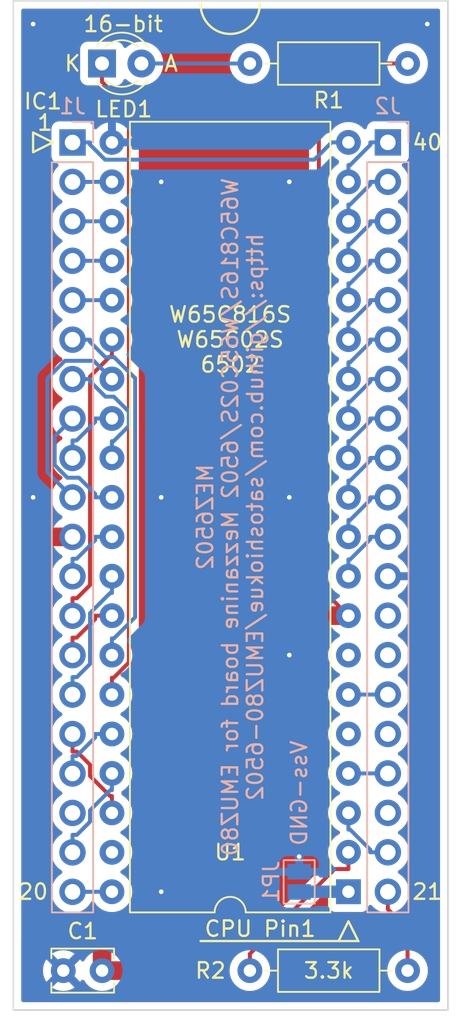
<source format=kicad_pcb>
(kicad_pcb (version 20211014) (generator pcbnew)
  (title_block (title "EMU6502") (date "2022-08-09") (rev "A"))
  (layers (0 "F.Cu" signal) (31 "B.Cu" signal) (34 "B.Paste" user) (35 "F.Paste" user) (36 "B.SilkS" user "B.Silkscreen") (37 "F.SilkS" user "F.Silkscreen") (38 "B.Mask" user) (39 "F.Mask" user) (44 "Edge.Cuts" user))
  (net 0 "")
  (net 1 "VCC")
  (net 2 "GND")
  (net 3 "~{RW}")
  (net 4 "A11")
  (net 5 "A12")
  (net 6 "A13")
  (net 7 "A14")
  (net 8 "A15")
  (net 9 "CLK")
  (net 10 "D4")
  (net 11 "D3")
  (net 12 "D5")
  (net 13 "D6")
  (net 14 "D2")
  (net 15 "D7")
  (net 16 "D0")
  (net 17 "D1")
  (net 18 "A10")
  (net 19 "A9")
  (net 20 "A8")
  (net 21 "A7")
  (net 22 "A6")
  (net 23 "A5")
  (net 24 "A4")
  (net 25 "A3")
  (net 26 "A2")
  (net 27 "A1")
  (net 28 "A0")
  (net 35 "Net-(U1-Pad1)")
  (net 36 "MX")
  (net 37 "~{RES}")
  (net 38 "~{NMI}")
  (net 39 "BE")
  (net 40 "~{IRQ}")
  (net 41 "~{ABORT}")
  (net 42 "RDY")
  (net 43 "Net-(LED1-Pad2)")
  (net 44 "Net-(LED1-Pad1)")
  (net 47 "Net-(R2-Pad2)")
  (footprint "Resistor_THT:R_Axial_DIN0207_L6.3mm_D2.5mm_P10.16mm_Horizontal" (layer "F.Cu") (at 125.4 147.46 180)
    (fp_text reference "R2" (at 12.7 0 180) (layer "F.SilkS"))
    (fp_text value "3.3k" hide)
    (fp_line (start 8.35 1.37) (end 8.35 -1.37) (layer "F.SilkS") (width 0.12))
    (fp_line (start 1.81 1.37) (end 8.35 1.37) (layer "F.SilkS") (width 0.12))
    (fp_line (start 1.04 0) (end 1.81 0) (layer "F.SilkS") (width 0.12))
    (fp_line (start 8.35 -1.37) (end 1.81 -1.37) (layer "F.SilkS") (width 0.12))
    (fp_line (start 9.12 0) (end 8.35 0) (layer "F.SilkS") (width 0.12))
    (fp_line (start 1.81 -1.37) (end 1.81 1.37) (layer "F.SilkS") (width 0.12))
    (pad "1" thru_hole circle (at 0 0 180) (size 1.6 1.6) (drill 0.8) (layers *.Cu *.Mask) (net 42 "RDY"))
    (pad "2" thru_hole oval (at 10.16 0 180) (size 1.6 1.6) (drill 0.8) (layers *.Cu *.Mask) (net 47 "Net-(R2-Pad2)"))
  )
  (footprint "LED_THT:LED_D3.0mm" (layer "F.Cu") (at 105.71 89.04)
    (fp_text reference "LED1" (at 1.402 2.9464) (layer "F.SilkS"))
    (fp_text value "LED")
    (fp_line (start -0.29 -1.236) (end -0.29 -1.08) (layer "F.SilkS") (width 0.12))
    (fp_line (start -0.29 1.08) (end -0.29 1.236) (layer "F.SilkS") (width 0.12))
    (fp_arc (start 2.942335 1.078608) (mid 1.366487 1.987659) (end -0.29 1.235516) (layer "F.SilkS") (width 0.12))
    (fp_arc (start 2.31113 1.079837) (mid 1.270117 1.5) (end 0.229039 1.08) (layer "F.SilkS") (width 0.12))
    (fp_arc (start -0.29 -1.235516) (mid 1.366487 -1.987659) (end 2.942335 -1.078608) (layer "F.SilkS") (width 0.12))
    (fp_arc (start 0.229039 -1.08) (mid 1.270117 -1.5) (end 2.31113 -1.079837) (layer "F.SilkS") (width 0.12))
    (pad "1" thru_hole rect (at 0 0) (size 1.8 1.8) (drill 0.9) (layers *.Cu *.Mask) (net 44 "Net-(LED1-Pad1)"))
    (pad "2" thru_hole circle (at 2.54 0) (size 1.8 1.8) (drill 0.9) (layers *.Cu *.Mask) (net 43 "Net-(LED1-Pad2)"))
  )
  (footprint "Package_DIP:DIP-40_W15.24mm" (layer "F.Cu") (at 121.59 142.38 180)
    (fp_text reference "U1" (at 7.62 2.54) (layer "F.SilkS"))
    (fp_text value "65816")
    (fp_line (start 14.08 -1.33) (end 8.62 -1.33) (layer "F.SilkS") (width 0.12))
    (fp_line (start 1.16 -1.33) (end 1.16 49.59) (layer "F.SilkS") (width 0.12))
    (fp_line (start 6.62 -1.33) (end 1.16 -1.33) (layer "F.SilkS") (width 0.12))
    (fp_line (start 1.16 49.59) (end 14.08 49.59) (layer "F.SilkS") (width 0.12))
    (fp_line (start 14.08 49.59) (end 14.08 -1.33) (layer "F.SilkS") (width 0.12))
    (fp_arc (start 8.62 -1.33) (mid 7.62 -0.33) (end 6.62 -1.33) (layer "F.SilkS") (width 0.12))
    (pad "1" thru_hole rect (at 0 0 180) (size 1.6 1.6) (drill 0.8) (layers *.Cu *.Mask) (net 35 "Net-(U1-Pad1)"))
    (pad "2" thru_hole oval (at 0 2.54 180) (size 1.6 1.6) (drill 0.8) (layers *.Cu *.Mask) (net 47 "Net-(R2-Pad2)"))
    (pad "3" thru_hole oval (at 0 5.08 180) (size 1.6 1.6) (drill 0.8) (layers *.Cu *.Mask) (net 41 "~{ABORT}"))
    (pad "4" thru_hole oval (at 0 7.62 180) (size 1.6 1.6) (drill 0.8) (layers *.Cu *.Mask) (net 40 "~{IRQ}"))
    (pad "5" thru_hole oval (at 0 10.16 180) (size 1.6 1.6) (drill 0.8) (layers *.Cu *.Mask))
    (pad "6" thru_hole oval (at 0 12.7 180) (size 1.6 1.6) (drill 0.8) (layers *.Cu *.Mask) (net 38 "~{NMI}"))
    (pad "7" thru_hole oval (at 0 15.24 180) (size 1.6 1.6) (drill 0.8) (layers *.Cu *.Mask))
    (pad "8" thru_hole oval (at 0 17.78 180) (size 1.6 1.6) (drill 0.8) (layers *.Cu *.Mask) (net 1 "VCC"))
    (pad "9" thru_hole oval (at 0 20.32 180) (size 1.6 1.6) (drill 0.8) (layers *.Cu *.Mask) (net 28 "A0"))
    (pad "10" thru_hole oval (at 0 22.86 180) (size 1.6 1.6) (drill 0.8) (layers *.Cu *.Mask) (net 27 "A1"))
    (pad "11" thru_hole oval (at 0 25.4 180) (size 1.6 1.6) (drill 0.8) (layers *.Cu *.Mask) (net 26 "A2"))
    (pad "12" thru_hole oval (at 0 27.94 180) (size 1.6 1.6) (drill 0.8) (layers *.Cu *.Mask) (net 25 "A3"))
    (pad "13" thru_hole oval (at 0 30.48 180) (size 1.6 1.6) (drill 0.8) (layers *.Cu *.Mask) (net 24 "A4"))
    (pad "14" thru_hole oval (at 0 33.02 180) (size 1.6 1.6) (drill 0.8) (layers *.Cu *.Mask) (net 23 "A5"))
    (pad "15" thru_hole oval (at 0 35.56 180) (size 1.6 1.6) (drill 0.8) (layers *.Cu *.Mask) (net 22 "A6"))
    (pad "16" thru_hole oval (at 0 38.1 180) (size 1.6 1.6) (drill 0.8) (layers *.Cu *.Mask) (net 21 "A7"))
    (pad "17" thru_hole oval (at 0 40.64 180) (size 1.6 1.6) (drill 0.8) (layers *.Cu *.Mask) (net 20 "A8"))
    (pad "18" thru_hole oval (at 0 43.18 180) (size 1.6 1.6) (drill 0.8) (layers *.Cu *.Mask) (net 19 "A9"))
    (pad "19" thru_hole oval (at 0 45.72 180) (size 1.6 1.6) (drill 0.8) (layers *.Cu *.Mask) (net 18 "A10"))
    (pad "20" thru_hole oval (at 0 48.26 180) (size 1.6 1.6) (drill 0.8) (layers *.Cu *.Mask) (net 4 "A11"))
    (pad "21" thru_hole oval (at 15.24 48.26 180) (size 1.6 1.6) (drill 0.8) (layers *.Cu *.Mask) (net 2 "GND"))
    (pad "22" thru_hole oval (at 15.24 45.72 180) (size 1.6 1.6) (drill 0.8) (layers *.Cu *.Mask) (net 5 "A12"))
    (pad "23" thru_hole oval (at 15.24 43.18 180) (size 1.6 1.6) (drill 0.8) (layers *.Cu *.Mask) (net 6 "A13"))
    (pad "24" thru_hole oval (at 15.24 40.64 180) (size 1.6 1.6) (drill 0.8) (layers *.Cu *.Mask) (net 7 "A14"))
    (pad "25" thru_hole oval (at 15.24 38.1 180) (size 1.6 1.6) (drill 0.8) (layers *.Cu *.Mask) (net 8 "A15"))
    (pad "26" thru_hole oval (at 15.24 35.56 180) (size 1.6 1.6) (drill 0.8) (layers *.Cu *.Mask) (net 15 "D7"))
    (pad "27" thru_hole oval (at 15.24 33.02 180) (size 1.6 1.6) (drill 0.8) (layers *.Cu *.Mask) (net 13 "D6"))
    (pad "28" thru_hole oval (at 15.24 30.48 180) (size 1.6 1.6) (drill 0.8) (layers *.Cu *.Mask) (net 12 "D5"))
    (pad "29" thru_hole oval (at 15.24 27.94 180) (size 1.6 1.6) (drill 0.8) (layers *.Cu *.Mask) (net 10 "D4"))
    (pad "30" thru_hole oval (at 15.24 25.4 180) (size 1.6 1.6) (drill 0.8) (layers *.Cu *.Mask) (net 11 "D3"))
    (pad "31" thru_hole oval (at 15.24 22.86 180) (size 1.6 1.6) (drill 0.8) (layers *.Cu *.Mask) (net 14 "D2"))
    (pad "32" thru_hole oval (at 15.24 20.32 180) (size 1.6 1.6) (drill 0.8) (layers *.Cu *.Mask) (net 17 "D1"))
    (pad "33" thru_hole oval (at 15.24 17.78 180) (size 1.6 1.6) (drill 0.8) (layers *.Cu *.Mask) (net 16 "D0"))
    (pad "34" thru_hole oval (at 15.24 15.24 180) (size 1.6 1.6) (drill 0.8) (layers *.Cu *.Mask) (net 3 "~{RW}"))
    (pad "35" thru_hole oval (at 15.24 12.7 180) (size 1.6 1.6) (drill 0.8) (layers *.Cu *.Mask) (net 44 "Net-(LED1-Pad1)"))
    (pad "36" thru_hole oval (at 15.24 10.16 180) (size 1.6 1.6) (drill 0.8) (layers *.Cu *.Mask) (net 39 "BE"))
    (pad "37" thru_hole oval (at 15.24 7.62 180) (size 1.6 1.6) (drill 0.8) (layers *.Cu *.Mask) (net 9 "CLK"))
    (pad "38" thru_hole oval (at 15.24 5.08 180) (size 1.6 1.6) (drill 0.8) (layers *.Cu *.Mask) (net 36 "MX"))
    (pad "39" thru_hole oval (at 15.24 2.54 180) (size 1.6 1.6) (drill 0.8) (layers *.Cu *.Mask))
    (pad "40" thru_hole oval (at 15.24 0 180) (size 1.6 1.6) (drill 0.8) (layers *.Cu *.Mask) (net 37 "~{RES}"))
  )
  (footprint "Resistor_THT:R_Axial_DIN0207_L6.3mm_D2.5mm_P10.16mm_Horizontal" (layer "F.Cu") (at 125.4 89.04 180)
    (fp_text reference "R1" (at 5.08 -2.37) (layer "F.SilkS"))
    (fp_text value "2k" hide)
    (fp_line (start 8.35 1.37) (end 8.35 -1.37) (layer "F.SilkS") (width 0.12))
    (fp_line (start 9.12 0) (end 8.35 0) (layer "F.SilkS") (width 0.12))
    (fp_line (start 1.81 -1.37) (end 1.81 1.37) (layer "F.SilkS") (width 0.12))
    (fp_line (start 1.81 1.37) (end 8.35 1.37) (layer "F.SilkS") (width 0.12))
    (fp_line (start 1.04 0) (end 1.81 0) (layer "F.SilkS") (width 0.12))
    (fp_line (start 8.35 -1.37) (end 1.81 -1.37) (layer "F.SilkS") (width 0.12))
    (pad "1" thru_hole circle (at 0 0 180) (size 1.6 1.6) (drill 0.8) (layers *.Cu *.Mask) (net 1 "VCC"))
    (pad "2" thru_hole oval (at 10.16 0 180) (size 1.6 1.6) (drill 0.8) (layers *.Cu *.Mask) (net 43 "Net-(LED1-Pad2)"))
  )
  (footprint "Capacitor_THT:C_Disc_D3.8mm_W2.6mm_P2.50mm" (layer "F.Cu") (at 105.715 147.46 180)
    (fp_text reference "C1" (at 1.25 2.54) (layer "F.SilkS"))
    (fp_text value "0.1uF")
    (fp_line (start 3.27 -1.42) (end 3.27 -0.795) (layer "F.SilkS") (width 0.12))
    (fp_line (start -0.77 -1.42) (end -0.77 -0.795) (layer "F.SilkS") (width 0.12))
    (fp_line (start 3.27 0.795) (end 3.27 1.42) (layer "F.SilkS") (width 0.12))
    (fp_line (start -0.77 -1.42) (end 3.27 -1.42) (layer "F.SilkS") (width 0.12))
    (fp_line (start -0.77 1.42) (end 3.27 1.42) (layer "F.SilkS") (width 0.12))
    (fp_line (start -0.77 0.795) (end -0.77 1.42) (layer "F.SilkS") (width 0.12))
    (pad "1" thru_hole circle (at 0 0 180) (size 1.6 1.6) (drill 0.8) (layers *.Cu *.Mask) (net 1 "VCC"))
    (pad "2" thru_hole circle (at 2.5 0 180) (size 1.6 1.6) (drill 0.8) (layers *.Cu *.Mask) (net 2 "GND"))
  )
  (footprint "Connector_PinHeader_2.54mm:PinHeader_1x20_P2.54mm_Vertical" (layer "B.Cu") (at 103.81 94.125 180)
    (fp_text reference "J1" (at 0 2.33) (layer "B.SilkS") (effects (justify mirror)))
    (fp_text value "Conn_01x20")
    (fp_line (start -1.33 -49.59) (end 1.33 -49.59) (layer "B.SilkS") (width 0.12))
    (fp_line (start -1.33 -1.27) (end 1.33 -1.27) (layer "B.SilkS") (width 0.12))
    (fp_line (start -1.33 -1.27) (end -1.33 -49.59) (layer "B.SilkS") (width 0.12))
    (fp_line (start -1.33 0) (end -1.33 1.33) (layer "B.SilkS") (width 0.12))
    (fp_line (start -1.33 1.33) (end 0 1.33) (layer "B.SilkS") (width 0.12))
    (fp_line (start 1.33 -1.27) (end 1.33 -49.59) (layer "B.SilkS") (width 0.12))
    (pad "1" thru_hole rect (at 0 0 180) (size 1.7 1.7) (drill 1) (layers *.Cu *.Mask) (net 4 "A11"))
    (pad "2" thru_hole oval (at 0 -2.54 180) (size 1.7 1.7) (drill 1) (layers *.Cu *.Mask) (net 5 "A12"))
    (pad "3" thru_hole oval (at 0 -5.08 180) (size 1.7 1.7) (drill 1) (layers *.Cu *.Mask) (net 6 "A13"))
    (pad "4" thru_hole oval (at 0 -7.62 180) (size 1.7 1.7) (drill 1) (layers *.Cu *.Mask) (net 7 "A14"))
    (pad "5" thru_hole oval (at 0 -10.16 180) (size 1.7 1.7) (drill 1) (layers *.Cu *.Mask) (net 8 "A15"))
    (pad "6" thru_hole oval (at 0 -12.7 180) (size 1.7 1.7) (drill 1) (layers *.Cu *.Mask) (net 3 "~{RW}"))
    (pad "7" thru_hole oval (at 0 -15.24 180) (size 1.7 1.7) (drill 1) (layers *.Cu *.Mask) (net 10 "D4"))
    (pad "8" thru_hole oval (at 0 -17.78 180) (size 1.7 1.7) (drill 1) (layers *.Cu *.Mask) (net 11 "D3"))
    (pad "9" thru_hole oval (at 0 -20.32 180) (size 1.7 1.7) (drill 1) (layers *.Cu *.Mask) (net 12 "D5"))
    (pad "10" thru_hole oval (at 0 -22.86 180) (size 1.7 1.7) (drill 1) (layers *.Cu *.Mask) (net 13 "D6"))
    (pad "11" thru_hole oval (at 0 -25.4 180) (size 1.7 1.7) (drill 1) (layers *.Cu *.Mask) (net 1 "VCC"))
    (pad "12" thru_hole oval (at 0 -27.94 180) (size 1.7 1.7) (drill 1) (layers *.Cu *.Mask) (net 14 "D2"))
    (pad "13" thru_hole oval (at 0 -30.48 180) (size 1.7 1.7) (drill 1) (layers *.Cu *.Mask) (net 15 "D7"))
    (pad "14" thru_hole oval (at 0 -33.02 180) (size 1.7 1.7) (drill 1) (layers *.Cu *.Mask) (net 16 "D0"))
    (pad "15" thru_hole oval (at 0 -35.56 180) (size 1.7 1.7) (drill 1) (layers *.Cu *.Mask) (net 17 "D1"))
    (pad "16" thru_hole oval (at 0 -38.1 180) (size 1.7 1.7) (drill 1) (layers *.Cu *.Mask) (net 36 "MX"))
    (pad "17" thru_hole oval (at 0 -40.64 180) (size 1.7 1.7) (drill 1) (layers *.Cu *.Mask) (net 39 "BE"))
    (pad "18" thru_hole oval (at 0 -43.18 180) (size 1.7 1.7) (drill 1) (layers *.Cu *.Mask))
    (pad "19" thru_hole oval (at 0 -45.72 180) (size 1.7 1.7) (drill 1) (layers *.Cu *.Mask) (net 9 "CLK"))
    (pad "20" thru_hole oval (at 0 -48.26 180) (size 1.7 1.7) (drill 1) (layers *.Cu *.Mask) (net 37 "~{RES}"))
  )
  (footprint "Connector_PinHeader_2.54mm:PinHeader_1x20_P2.54mm_Vertical" (layer "B.Cu") (at 124.13 94.12 180)
    (fp_text reference "J2" (at 0 2.33) (layer "B.SilkS") (effects (justify mirror)))
    (fp_text value "Conn_01x20")
    (fp_line (start -1.33 1.33) (end 0 1.33) (layer "B.SilkS") (width 0.12))
    (fp_line (start -1.33 -1.27) (end 1.33 -1.27) (layer "B.SilkS") (width 0.12))
    (fp_line (start -1.33 0) (end -1.33 1.33) (layer "B.SilkS") (width 0.12))
    (fp_line (start -1.33 -1.27) (end -1.33 -49.59) (layer "B.SilkS") (width 0.12))
    (fp_line (start 1.33 -1.27) (end 1.33 -49.59) (layer "B.SilkS") (width 0.12))
    (fp_line (start -1.33 -49.59) (end 1.33 -49.59) (layer "B.SilkS") (width 0.12))
    (pad "1" thru_hole rect (at 0 0 180) (size 1.7 1.7) (drill 1) (layers *.Cu *.Mask) (net 18 "A10"))
    (pad "2" thru_hole oval (at 0 -2.54 180) (size 1.7 1.7) (drill 1) (layers *.Cu *.Mask) (net 19 "A9"))
    (pad "3" thru_hole oval (at 0 -5.08 180) (size 1.7 1.7) (drill 1) (layers *.Cu *.Mask) (net 20 "A8"))
    (pad "4" thru_hole oval (at 0 -7.62 180) (size 1.7 1.7) (drill 1) (layers *.Cu *.Mask) (net 21 "A7"))
    (pad "5" thru_hole oval (at 0 -10.16 180) (size 1.7 1.7) (drill 1) (layers *.Cu *.Mask) (net 22 "A6"))
    (pad "6" thru_hole oval (at 0 -12.7 180) (size 1.7 1.7) (drill 1) (layers *.Cu *.Mask) (net 23 "A5"))
    (pad "7" thru_hole oval (at 0 -15.24 180) (size 1.7 1.7) (drill 1) (layers *.Cu *.Mask) (net 24 "A4"))
    (pad "8" thru_hole oval (at 0 -17.78 180) (size 1.7 1.7) (drill 1) (layers *.Cu *.Mask) (net 25 "A3"))
    (pad "9" thru_hole oval (at 0 -20.32 180) (size 1.7 1.7) (drill 1) (layers *.Cu *.Mask) (net 26 "A2"))
    (pad "10" thru_hole oval (at 0 -22.86 180) (size 1.7 1.7) (drill 1) (layers *.Cu *.Mask) (net 27 "A1"))
    (pad "11" thru_hole oval (at 0 -25.4 180) (size 1.7 1.7) (drill 1) (layers *.Cu *.Mask) (net 28 "A0"))
    (pad "12" thru_hole oval (at 0 -27.94 180) (size 1.7 1.7) (drill 1) (layers *.Cu *.Mask) (net 2 "GND"))
    (pad "13" thru_hole oval (at 0 -30.48 180) (size 1.7 1.7) (drill 1) (layers *.Cu *.Mask))
    (pad "14" thru_hole oval (at 0 -33.02 180) (size 1.7 1.7) (drill 1) (layers *.Cu *.Mask))
    (pad "15" thru_hole oval (at 0 -35.56 180) (size 1.7 1.7) (drill 1) (layers *.Cu *.Mask) (net 38 "~{NMI}"))
    (pad "16" thru_hole oval (at 0 -38.1 180) (size 1.7 1.7) (drill 1) (layers *.Cu *.Mask))
    (pad "17" thru_hole oval (at 0 -40.64 180) (size 1.7 1.7) (drill 1) (layers *.Cu *.Mask) (net 40 "~{IRQ}"))
    (pad "18" thru_hole oval (at 0 -43.18 180) (size 1.7 1.7) (drill 1) (layers *.Cu *.Mask))
    (pad "19" thru_hole oval (at 0 -45.72 180) (size 1.7 1.7) (drill 1) (layers *.Cu *.Mask) (net 41 "~{ABORT}"))
    (pad "20" thru_hole oval (at 0 -48.26 180) (size 1.7 1.7) (drill 1) (layers *.Cu *.Mask) (net 42 "RDY"))
  )
  (footprint "Jumper:SolderJumper-2_P1.3mm_Open_Pad1.0x1.5mm" (layer "B.Cu") (at 118.415 141.745 -90)
    (fp_text reference "JP1" (at 0 1.8 90) (layer "B.SilkS") (effects (justify mirror)))
    (fp_text value "SolderJumper_2_Open")
    (fp_line (start 1.4 -1) (end -1.4 -1) (layer "B.SilkS") (width 0.12))
    (fp_line (start 1.4 1) (end 1.4 -1) (layer "B.SilkS") (width 0.12))
    (fp_line (start -1.4 1) (end 1.4 1) (layer "B.SilkS") (width 0.12))
    (fp_line (start -1.4 -1) (end -1.4 1) (layer "B.SilkS") (width 0.12))
    (pad "1" smd rect (at -0.65 0 270) (size 1 1.5) (layers "B.Cu" "B.Mask") (net 2 "GND"))
    (pad "2" smd rect (at 0.65 0 270) (size 1 1.5) (layers "B.Cu" "B.Mask") (net 35 "Net-(U1-Pad1)"))
  )
  (gr_poly (pts (xy 122.225 145.555) (xy 120.955 145.555) (xy 121.59 144.285)) (layer "F.SilkS") (width 0.15) (fill none))
  (gr_line (start 112.065 145.555) (end 120.955 145.555) (layer "F.SilkS") (width 0.15))
  (gr_poly (pts (xy 102.54 94.12) (xy 101.27 94.755) (xy 101.27 93.485)) (layer "F.SilkS") (width 0.15) (fill none))
  (gr_arc (start 115.875 85.23) (mid 113.97 87.135) (end 112.065 85.23) (layer "F.SilkS") (width 0.15))
  (gr_rect (start 100 150) (end 128 85) (layer "Edge.Cuts") (width 0.1) (fill none))
  (gr_text "Vss-GND" (at 118.415 136.03 90) (layer "B.SilkS") (effects (font (size 1 1)) (justify mirror)))
  (gr_text "MEZ6502\nW65C816S/W65C02S/6502 Mezzanine board for EMUZ80\nhttps://github.com/satoshiokue/EMUZ80-6502" (at 113.97 118.25 90) (layer "B.SilkS") (effects (font (size 1 1)) (justify mirror)))
  (gr_text "K" (at 103.81 89.04) (layer "F.SilkS") (effects (font (size 1 1))))
  (gr_text "3.3k" (at 120.32 147.46) (layer "F.SilkS") (effects (font (size 1 1))))
  (gr_text "A" (at 110.16 89.04) (layer "F.SilkS") (effects (font (size 1 1))))
  (gr_text "16-bit" (at 107.076487 86.5) (layer "F.SilkS") (effects (font (size 1 1))))
  (gr_text "CPU Pin1" (at 115.9004 144.7676) (layer "F.SilkS") (effects (font (size 1 1))))
  (gr_text "21" (at 126.67 142.38) (layer "F.SilkS") (effects (font (size 1 1))))
  (gr_text "20" (at 101.27 142.38) (layer "F.SilkS") (effects (font (size 1 1))))
  (gr_text "1" (at 102.032 92.85) (layer "F.SilkS") (effects (font (size 1 1))))
  (gr_text "IC1" (at 101.905 91.4784) (layer "F.SilkS") (effects (font (size 1 1))))
  (gr_text "40" (at 126.67 94.12) (layer "F.SilkS") (effects (font (size 1 1))))
  (gr_text "W65C816S\nW65C02S\n6502" (at 113.97 106.82) (layer "F.SilkS") (effects (font (size 1 1))))
  (segment (start 113.97 125.87) (end 115.24 124.6) (width 1.2) (layer "F.Cu") (net 1))
  (segment (start 105.715 147.46) (end 110.16 147.46) (width 1.2) (layer "F.Cu") (net 1))
  (segment (start 105.715 145.555) (end 105.715 147.46) (width 1.2) (layer "F.Cu") (net 1))
  (segment (start 119.685 122.695) (end 121.59 124.6) (width 0.254) (layer "F.Cu") (net 1))
  (segment (start 101.27 144.285) (end 101.905 144.92) (width 1.2) (layer "F.Cu") (net 1))
  (segment (start 103.81 119.525) (end 101.9 119.525) (width 1.2) (layer "F.Cu") (net 1))
  (segment (start 105.08 144.92) (end 105.715 145.555) (width 1.2) (layer "F.Cu") (net 1))
  (segment (start 101.9 119.525) (end 101.27 120.155) (width 1.2) (layer "F.Cu") (net 1))
  (segment (start 101.905 144.92) (end 105.08 144.92) (width 1.2) (layer "F.Cu") (net 1))
  (segment (start 123.495 89.04) (end 119.685 92.85) (width 0.254) (layer "F.Cu") (net 1))
  (segment (start 115.24 124.6) (end 121.59 124.6) (width 1.2) (layer "F.Cu") (net 1))
  (segment (start 119.685 92.85) (end 119.685 122.695) (width 0.254) (layer "F.Cu") (net 1))
  (segment (start 113.97 143.65) (end 113.97 125.87) (width 1.2) (layer "F.Cu") (net 1))
  (segment (start 125.4 89.04) (end 123.495 89.04) (width 0.254) (layer "F.Cu") (net 1))
  (segment (start 110.16 147.46) (end 113.97 143.65) (width 1.2) (layer "F.Cu") (net 1))
  (segment (start 101.27 120.155) (end 101.27 144.285) (width 1.2) (layer "F.Cu") (net 1))
  (via (at 118.415 140.1173) (size 0.605) (drill 0.3) (layers "F.Cu" "B.Cu") (net 2))
  (via (at 101.27 116.98) (size 0.605) (drill 0.3) (layers "F.Cu" "B.Cu") (net 2))
  (via (at 117.78 127.14) (size 0.605) (drill 0.3) (layers "F.Cu" "B.Cu") (net 2))
  (via (at 126.67 86.5) (size 0.605) (drill 0.3) (layers "F.Cu" "B.Cu") (net 2))
  (via (at 109.525 142.38) (size 0.605) (drill 0.3) (layers "F.Cu" "B.Cu") (net 2))
  (via (at 117.78 96.66) (size 0.605) (drill 0.3) (layers "F.Cu" "B.Cu") (net 2))
  (via (at 109.525 96.66) (size 0.605) (drill 0.3) (layers "F.Cu" "B.Cu") (net 2))
  (via (at 101.27 86.5) (size 0.605) (drill 0.3) (layers "F.Cu" "B.Cu") (net 2))
  (via (at 109.525 116.98) (size 0.605) (drill 0.3) (layers "F.Cu" "B.Cu") (net 2))
  (via (at 117.78 116.98) (size 0.605) (drill 0.3) (layers "F.Cu" "B.Cu") (net 2))
  (segment (start 118.415 140.1173) (end 118.415 141.095) (width 0.254) (layer "B.Cu") (net 2))
  (segment (start 104.9397 106.825) (end 104.9397 106.9663) (width 0.254) (layer "B.Cu") (net 3))
  (segment (start 103.81 106.825) (end 104.9397 106.825) (width 0.254) (layer "B.Cu") (net 3))
  (segment (start 106.35 127.14) (end 106.35 126.0603) (width 0.254) (layer "B.Cu") (net 3))
  (segment (start 106.485 126.0603) (end 106.35 126.0603) (width 0.254) (layer "B.Cu") (net 3))
  (segment (start 107.8469 109.3086) (end 107.8469 124.6984) (width 0.254) (layer "B.Cu") (net 3))
  (segment (start 105.9281 107.9547) (end 106.493 107.9547) (width 0.254) (layer "B.Cu") (net 3))
  (segment (start 107.8469 124.6984) (end 106.485 126.0603) (width 0.254) (layer "B.Cu") (net 3))
  (segment (start 106.493 107.9547) (end 107.8469 109.3086) (width 0.254) (layer "B.Cu") (net 3))
  (segment (start 104.9397 106.9663) (end 105.9281 107.9547) (width 0.254) (layer "B.Cu") (net 3))
  (segment (start 121.59 94.12) (end 120.5103 94.12) (width 0.254) (layer "B.Cu") (net 4))
  (segment (start 105.9081 95.2319) (end 119.3984 95.2319) (width 0.254) (layer "B.Cu") (net 4))
  (segment (start 103.81 94.125) (end 104.9397 94.125) (width 0.254) (layer "B.Cu") (net 4))
  (segment (start 119.3984 95.2319) (end 120.5103 94.12) (width 0.254) (layer "B.Cu") (net 4))
  (segment (start 104.9397 94.2635) (end 105.9081 95.2319) (width 0.254) (layer "B.Cu") (net 4))
  (segment (start 104.9397 94.125) (end 104.9397 94.2635) (width 0.254) (layer "B.Cu") (net 4))
  (segment (start 106.35 96.66) (end 105.2703 96.66) (width 0.254) (layer "B.Cu") (net 5))
  (segment (start 103.81 96.665) (end 105.2653 96.665) (width 0.254) (layer "B.Cu") (net 5))
  (segment (start 105.2653 96.665) (end 105.2703 96.66) (width 0.254) (layer "B.Cu") (net 5))
  (segment (start 106.35 99.2) (end 105.2703 99.2) (width 0.254) (layer "B.Cu") (net 6))
  (segment (start 103.81 99.205) (end 105.2653 99.205) (width 0.254) (layer "B.Cu") (net 6))
  (segment (start 105.2653 99.205) (end 105.2703 99.2) (width 0.254) (layer "B.Cu") (net 6))
  (segment (start 106.35 101.74) (end 105.2703 101.74) (width 0.254) (layer "B.Cu") (net 7))
  (segment (start 105.2653 101.745) (end 105.2703 101.74) (width 0.254) (layer "B.Cu") (net 7))
  (segment (start 103.81 101.745) (end 105.2653 101.745) (width 0.254) (layer "B.Cu") (net 7))
  (segment (start 106.35 104.28) (end 105.2703 104.28) (width 0.254) (layer "B.Cu") (net 8))
  (segment (start 105.2653 104.285) (end 105.2703 104.28) (width 0.254) (layer "B.Cu") (net 8))
  (segment (start 103.81 104.285) (end 105.2653 104.285) (width 0.254) (layer "B.Cu") (net 8))
  (segment (start 104.0925 138.7153) (end 104.9397 137.8681) (width 0.254) (layer "B.Cu") (net 9))
  (segment (start 104.9397 137.1381) (end 106.2381 135.8397) (width 0.254) (layer "B.Cu") (net 9))
  (segment (start 104.9397 137.8681) (end 104.9397 137.1381) (width 0.254) (layer "B.Cu") (net 9))
  (segment (start 106.2381 135.8397) (end 106.35 135.8397) (width 0.254) (layer "B.Cu") (net 9))
  (segment (start 103.81 138.7153) (end 104.0925 138.7153) (width 0.254) (layer "B.Cu") (net 9))
  (segment (start 103.81 139.845) (end 103.81 138.7153) (width 0.254) (layer "B.Cu") (net 9))
  (segment (start 106.35 134.76) (end 106.35 135.8397) (width 0.254) (layer "B.Cu") (net 9))
  (segment (start 106.35 114.44) (end 106.35 113.3603) (width 0.254) (layer "B.Cu") (net 10))
  (segment (start 104.9397 109.5063) (end 105.9281 110.4947) (width 0.254) (layer "B.Cu") (net 10))
  (segment (start 107.4344 112.3878) (end 106.4619 113.3603) (width 0.254) (layer "B.Cu") (net 10))
  (segment (start 104.9397 109.365) (end 104.9397 109.5063) (width 0.254) (layer "B.Cu") (net 10))
  (segment (start 106.4725 110.4947) (end 107.4344 111.4566) (width 0.254) (layer "B.Cu") (net 10))
  (segment (start 103.81 109.365) (end 104.9397 109.365) (width 0.254) (layer "B.Cu") (net 10))
  (segment (start 106.4619 113.3603) (end 106.35 113.3603) (width 0.254) (layer "B.Cu") (net 10))
  (segment (start 105.9281 110.4947) (end 106.4725 110.4947) (width 0.254) (layer "B.Cu") (net 10))
  (segment (start 107.4344 111.4566) (end 107.4344 112.3878) (width 0.254) (layer "B.Cu") (net 10))
  (segment (start 103.81 111.905) (end 102.6614 113.0536) (width 0.254) (layer "B.Cu") (net 11))
  (segment (start 102.6614 113.0536) (end 102.6614 114.9015) (width 0.254) (layer "B.Cu") (net 11))
  (segment (start 104.229 115.715) (end 105.2703 116.7563) (width 0.254) (layer "B.Cu") (net 11))
  (segment (start 102.6614 114.9015) (end 103.4749 115.715) (width 0.254) (layer "B.Cu") (net 11))
  (segment (start 105.2703 116.7563) (end 105.2703 116.98) (width 0.254) (layer "B.Cu") (net 11))
  (segment (start 103.4749 115.715) (end 104.229 115.715) (width 0.254) (layer "B.Cu") (net 11))
  (segment (start 106.35 116.98) (end 105.2703 116.98) (width 0.254) (layer "B.Cu") (net 11))
  (segment (start 105.2703 112.1237) (end 105.2703 111.9) (width 0.254) (layer "B.Cu") (net 12))
  (segment (start 103.81 113.3153) (end 104.0787 113.3153) (width 0.254) (layer "B.Cu") (net 12))
  (segment (start 106.35 111.9) (end 105.2703 111.9) (width 0.254) (layer "B.Cu") (net 12))
  (segment (start 103.81 114.445) (end 103.81 113.3153) (width 0.254) (layer "B.Cu") (net 12))
  (segment (start 104.0787 113.3153) (end 105.2703 112.1237) (width 0.254) (layer "B.Cu") (net 12))
  (segment (start 105.1762 108.1862) (end 103.3184 108.1862) (width 0.254) (layer "B.Cu") (net 13))
  (segment (start 106.35 109.36) (end 105.1762 108.1862) (width 0.254) (layer "B.Cu") (net 13))
  (segment (start 102.1916 109.313) (end 102.1916 115.3666) (width 0.254) (layer "B.Cu") (net 13))
  (segment (start 103.3184 108.1862) (end 102.1916 109.313) (width 0.254) (layer "B.Cu") (net 13))
  (segment (start 102.1916 115.3666) (end 103.81 116.985) (width 0.254) (layer "B.Cu") (net 13))
  (segment (start 103.81 120.9353) (end 104.0787 120.9353) (width 0.254) (layer "B.Cu") (net 14))
  (segment (start 103.81 122.065) (end 103.81 120.9353) (width 0.254) (layer "B.Cu") (net 14))
  (segment (start 105.2703 119.7437) (end 105.2703 119.52) (width 0.254) (layer "B.Cu") (net 14))
  (segment (start 106.35 119.52) (end 105.2703 119.52) (width 0.254) (layer "B.Cu") (net 14))
  (segment (start 104.0787 120.9353) (end 105.2703 119.7437) (width 0.254) (layer "B.Cu") (net 14))
  (segment (start 106.2381 107.8997) (end 106.35 107.8997) (width 0.254) (layer "F.Cu") (net 15))
  (segment (start 104.0925 123.4753) (end 104.9397 122.6281) (width 0.254) (layer "F.Cu") (net 15))
  (segment (start 103.81 123.4753) (end 104.0925 123.4753) (width 0.254) (layer "F.Cu") (net 15))
  (segment (start 103.81 124.605) (end 103.81 123.4753) (width 0.254) (layer "F.Cu") (net 15))
  (segment (start 104.9397 122.6281) (end 104.9397 109.1981) (width 0.254) (layer "F.Cu") (net 15))
  (segment (start 104.9397 109.1981) (end 106.2381 107.8997) (width 0.254) (layer "F.Cu") (net 15))
  (segment (start 106.35 106.82) (end 106.35 107.8997) (width 0.254) (layer "F.Cu") (net 15))
  (segment (start 103.81 127.145) (end 103.81 126.0153) (width 0.254) (layer "F.Cu") (net 16))
  (segment (start 103.81 126.0153) (end 104.0787 126.0153) (width 0.254) (layer "F.Cu") (net 16))
  (segment (start 106.35 124.6) (end 105.2703 124.6) (width 0.254) (layer "F.Cu") (net 16))
  (segment (start 105.2703 124.8237) (end 105.2703 124.6) (width 0.254) (layer "F.Cu") (net 16))
  (segment (start 104.0787 126.0153) (end 105.2703 124.8237) (width 0.254) (layer "F.Cu") (net 16))
  (segment (start 104.9397 124.4381) (end 106.2381 123.1397) (width 0.254) (layer "B.Cu") (net 17))
  (segment (start 104.0925 128.5553) (end 104.9397 127.7081) (width 0.254) (layer "B.Cu") (net 17))
  (segment (start 104.9397 127.7081) (end 104.9397 124.4381) (width 0.254) (layer "B.Cu") (net 17))
  (segment (start 103.81 128.5553) (end 104.0925 128.5553) (width 0.254) (layer "B.Cu") (net 17))
  (segment (start 106.35 122.06) (end 106.35 123.1397) (width 0.254) (layer "B.Cu") (net 17))
  (segment (start 103.81 129.685) (end 103.81 128.5553) (width 0.254) (layer "B.Cu") (net 17))
  (segment (start 106.2381 123.1397) (end 106.35 123.1397) (width 0.254) (layer "B.Cu") (net 17))
  (segment (start 121.7019 95.5803) (end 121.59 95.5803) (width 0.254) (layer "B.Cu") (net 18))
  (segment (start 124.13 94.12) (end 123.0003 94.12) (width 0.254) (layer "B.Cu") (net 18))
  (segment (start 123.0003 94.12) (end 123.0003 94.2819) (width 0.254) (layer "B.Cu") (net 18))
  (segment (start 121.59 96.66) (end 121.59 95.5803) (width 0.254) (layer "B.Cu") (net 18))
  (segment (start 123.0003 94.2819) (end 121.7019 95.5803) (width 0.254) (layer "B.Cu") (net 18))
  (segment (start 124.13 96.66) (end 123.0003 96.66) (width 0.254) (layer "B.Cu") (net 19))
  (segment (start 121.59 99.2) (end 121.59 98.1203) (width 0.254) (layer "B.Cu") (net 19))
  (segment (start 121.7019 98.1203) (end 121.59 98.1203) (width 0.254) (layer "B.Cu") (net 19))
  (segment (start 123.0003 96.8219) (end 121.7019 98.1203) (width 0.254) (layer "B.Cu") (net 19))
  (segment (start 123.0003 96.66) (end 123.0003 96.8219) (width 0.254) (layer "B.Cu") (net 19))
  (segment (start 121.7019 100.6603) (end 121.59 100.6603) (width 0.254) (layer "B.Cu") (net 20))
  (segment (start 121.59 101.74) (end 121.59 100.6603) (width 0.254) (layer "B.Cu") (net 20))
  (segment (start 124.13 99.2) (end 123.0003 99.2) (width 0.254) (layer "B.Cu") (net 20))
  (segment (start 123.0003 99.3619) (end 121.7019 100.6603) (width 0.254) (layer "B.Cu") (net 20))
  (segment (start 123.0003 99.2) (end 123.0003 99.3619) (width 0.254) (layer "B.Cu") (net 20))
  (segment (start 123.0003 101.74) (end 123.0003 101.9019) (width 0.254) (layer "B.Cu") (net 21))
  (segment (start 124.13 101.74) (end 123.0003 101.74) (width 0.254) (layer "B.Cu") (net 21))
  (segment (start 123.0003 101.9019) (end 121.7019 103.2003) (width 0.254) (layer "B.Cu") (net 21))
  (segment (start 121.7019 103.2003) (end 121.59 103.2003) (width 0.254) (layer "B.Cu") (net 21))
  (segment (start 121.59 104.28) (end 121.59 103.2003) (width 0.254) (layer "B.Cu") (net 21))
  (segment (start 123.0003 104.28) (end 123.0003 104.4419) (width 0.254) (layer "B.Cu") (net 22))
  (segment (start 123.0003 104.4419) (end 121.7019 105.7403) (width 0.254) (layer "B.Cu") (net 22))
  (segment (start 124.13 104.28) (end 123.0003 104.28) (width 0.254) (layer "B.Cu") (net 22))
  (segment (start 121.7019 105.7403) (end 121.59 105.7403) (width 0.254) (layer "B.Cu") (net 22))
  (segment (start 121.59 106.82) (end 121.59 105.7403) (width 0.254) (layer "B.Cu") (net 22))
  (segment (start 121.7019 108.2803) (end 121.59 108.2803) (width 0.254) (layer "B.Cu") (net 23))
  (segment (start 121.59 109.36) (end 121.59 108.2803) (width 0.254) (layer "B.Cu") (net 23))
  (segment (start 123.0003 106.82) (end 123.0003 106.9819) (width 0.254) (layer "B.Cu") (net 23))
  (segment (start 124.13 106.82) (end 123.0003 106.82) (width 0.254) (layer "B.Cu") (net 23))
  (segment (start 123.0003 106.9819) (end 121.7019 108.2803) (width 0.254) (layer "B.Cu") (net 23))
  (segment (start 121.7019 110.8203) (end 121.59 110.8203) (width 0.254) (layer "B.Cu") (net 24))
  (segment (start 123.0003 109.36) (end 123.0003 109.5219) (width 0.254) (layer "B.Cu") (net 24))
  (segment (start 123.0003 109.5219) (end 121.7019 110.8203) (width 0.254) (layer "B.Cu") (net 24))
  (segment (start 121.59 111.9) (end 121.59 110.8203) (width 0.254) (layer "B.Cu") (net 24))
  (segment (start 124.13 109.36) (end 123.0003 109.36) (width 0.254) (layer "B.Cu") (net 24))
  (segment (start 124.13 111.9) (end 123.0003 111.9) (width 0.254) (layer "B.Cu") (net 25))
  (segment (start 121.7019 113.3603) (end 121.59 113.3603) (width 0.254) (layer "B.Cu") (net 25))
  (segment (start 123.0003 112.0619) (end 121.7019 113.3603) (width 0.254) (layer "B.Cu") (net 25))
  (segment (start 121.59 114.44) (end 121.59 113.3603) (width 0.254) (layer "B.Cu") (net 25))
  (segment (start 123.0003 111.9) (end 123.0003 112.0619) (width 0.254) (layer "B.Cu") (net 25))
  (segment (start 123.0003 114.6019) (end 121.7019 115.9003) (width 0.254) (layer "B.Cu") (net 26))
  (segment (start 121.7019 115.9003) (end 121.59 115.9003) (width 0.254) (layer "B.Cu") (net 26))
  (segment (start 121.59 116.98) (end 121.59 115.9003) (width 0.254) (layer "B.Cu") (net 26))
  (segment (start 123.0003 114.44) (end 123.0003 114.6019) (width 0.254) (layer "B.Cu") (net 26))
  (segment (start 124.13 114.44) (end 123.0003 114.44) (width 0.254) (layer "B.Cu") (net 26))
  (segment (start 121.7019 118.4403) (end 121.59 118.4403) (width 0.254) (layer "B.Cu") (net 27))
  (segment (start 123.0003 116.98) (end 123.0003 117.1419) (width 0.254) (layer "B.Cu") (net 27))
  (segment (start 121.59 119.52) (end 121.59 118.4403) (width 0.254) (layer "B.Cu") (net 27))
  (segment (start 123.0003 117.1419) (end 121.7019 118.4403) (width 0.254) (layer "B.Cu") (net 27))
  (segment (start 124.13 116.98) (end 123.0003 116.98) (width 0.254) (layer "B.Cu") (net 27))
  (segment (start 123.0003 119.6819) (end 121.7019 120.9803) (width 0.254) (layer "B.Cu") (net 28))
  (segment (start 124.13 119.52) (end 123.0003 119.52) (width 0.254) (layer "B.Cu") (net 28))
  (segment (start 123.0003 119.52) (end 123.0003 119.6819) (width 0.254) (layer "B.Cu") (net 28))
  (segment (start 121.7019 120.9803) (end 121.59 120.9803) (width 0.254) (layer "B.Cu") (net 28))
  (segment (start 121.59 122.06) (end 121.59 120.9803) (width 0.254) (layer "B.Cu") (net 28))
  (segment (start 118.43 142.38) (end 118.415 142.395) (width 0.8) (layer "B.Cu") (net 35))
  (segment (start 121.59 142.38) (end 118.43 142.38) (width 0.8) (layer "B.Cu") (net 35))
  (segment (start 106.2381 136.2203) (end 106.35 136.2203) (width 0.254) (layer "F.Cu") (net 36))
  (segment (start 103.81 132.225) (end 103.81 133.3547) (width 0.254) (layer "F.Cu") (net 36))
  (segment (start 104.0925 133.3547) (end 104.9397 134.2019) (width 0.254) (layer "F.Cu") (net 36))
  (segment (start 103.81 133.3547) (end 104.0925 133.3547) (width 0.254) (layer "F.Cu") (net 36))
  (segment (start 104.9397 134.9219) (end 106.2381 136.2203) (width 0.254) (layer "F.Cu") (net 36))
  (segment (start 106.35 137.3) (end 106.35 136.2203) (width 0.254) (layer "F.Cu") (net 36))
  (segment (start 104.9397 134.2019) (end 104.9397 134.9219) (width 0.254) (layer "F.Cu") (net 36))
  (segment (start 105.2653 142.385) (end 105.2703 142.38) (width 0.254) (layer "B.Cu") (net 37))
  (segment (start 106.35 142.38) (end 105.2703 142.38) (width 0.254) (layer "B.Cu") (net 37))
  (segment (start 103.81 142.385) (end 105.2653 142.385) (width 0.254) (layer "B.Cu") (net 37))
  (segment (start 124.13 129.68) (end 121.59 129.68) (width 0.254) (layer "B.Cu") (net 38))
  (segment (start 103.81 134.765) (end 103.81 133.6353) (width 0.254) (layer "B.Cu") (net 39))
  (segment (start 103.81 133.6353) (end 104.0787 133.6353) (width 0.254) (layer "B.Cu") (net 39))
  (segment (start 106.35 132.22) (end 105.2703 132.22) (width 0.254) (layer "B.Cu") (net 39))
  (segment (start 105.2703 132.4437) (end 105.2703 132.22) (width 0.254) (layer "B.Cu") (net 39))
  (segment (start 104.0787 133.6353) (end 105.2703 132.4437) (width 0.254) (layer "B.Cu") (net 39))
  (segment (start 124.13 134.76) (end 121.59 134.76) (width 0.254) (layer "B.Cu") (net 40))
  (segment (start 121.7019 138.3797) (end 121.59 138.3797) (width 0.254) (layer "B.Cu") (net 41))
  (segment (start 123.0003 139.6781) (end 121.7019 138.3797) (width 0.254) (layer "B.Cu") (net 41))
  (segment (start 123.0003 139.84) (end 123.0003 139.6781) (width 0.254) (layer "B.Cu") (net 41))
  (segment (start 124.13 139.84) (end 123.0003 139.84) (width 0.254) (layer "B.Cu") (net 41))
  (segment (start 121.59 137.3) (end 121.59 138.3797) (width 0.254) (layer "B.Cu") (net 41))
  (segment (start 125.4 144.7797) (end 125.4 147.46) (width 0.254) (layer "F.Cu") (net 42))
  (segment (start 124.13 143.5097) (end 125.4 144.7797) (width 0.254) (layer "F.Cu") (net 42))
  (segment (start 124.13 142.38) (end 124.13 143.5097) (width 0.254) (layer "F.Cu") (net 42))
  (segment (start 115.24 89.04) (end 108.25 89.04) (width 0.254) (layer "B.Cu") (net 43))
  (segment (start 107.4451 91.9548) (end 107.4451 127.6171) (width 0.254) (layer "F.Cu") (net 44))
  (segment (start 106.35 129.68) (end 106.35 128.6003) (width 0.254) (layer "F.Cu") (net 44))
  (segment (start 105.71 89.04) (end 105.71 90.2197) (width 0.254) (layer "F.Cu") (net 44))
  (segment (start 105.71 90.2197) (end 107.4451 91.9548) (width 0.254) (layer "F.Cu") (net 44))
  (segment (start 107.4451 127.6171) (end 106.4619 128.6003) (width 0.254) (layer "F.Cu") (net 44))
  (segment (start 106.4619 128.6003) (end 106.35 128.6003) (width 0.254) (layer "F.Cu") (net 44))
  (segment (start 120.7006 140.9197) (end 121.59 140.9197) (width 0.254) (layer "F.Cu") (net 47))
  (segment (start 121.59 139.84) (end 121.59 140.9197) (width 0.254) (layer "F.Cu") (net 47))
  (segment (start 115.24 146.3803) (end 120.7006 140.9197) (width 0.254) (layer "F.Cu") (net 47))
  (segment (start 115.24 147.46) (end 115.24 146.3803) (width 0.254) (layer "F.Cu") (net 47))
  (zone (net 2) (net_name "GND") (layers F&B.Cu) (connect_pads (clearance 0.508)) (min_thickness 0.254) (fill yes (thermal_gap 0.508) (thermal_bridge_width 0.508))
    (polygon (pts (xy 127.5 149.5) (xy 100.5 149.5) (xy 100.5 85.5) (xy 127.5 85.5)))
  )
)
</source>
